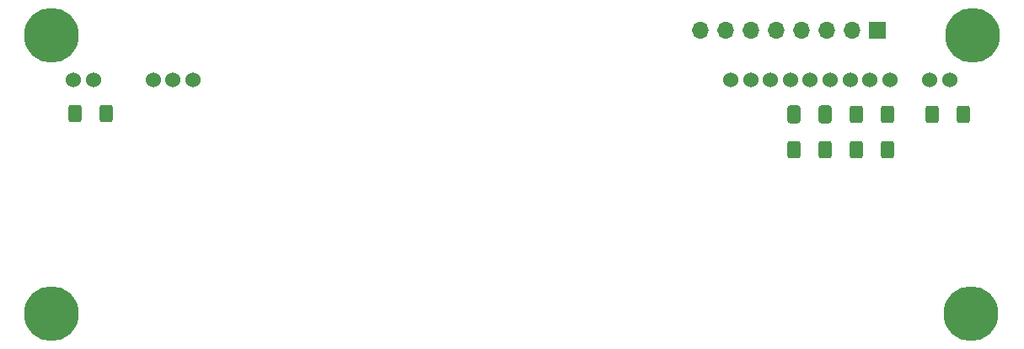
<source format=gbr>
%TF.GenerationSoftware,KiCad,Pcbnew,8.0.3+dfsg-1*%
%TF.CreationDate,2024-07-07T12:28:04+02:00*%
%TF.ProjectId,VFD-Driverboard,5646442d-4472-4697-9665-72626f617264,rev?*%
%TF.SameCoordinates,Original*%
%TF.FileFunction,Soldermask,Top*%
%TF.FilePolarity,Negative*%
%FSLAX45Y45*%
G04 Gerber Fmt 4.5, Leading zero omitted, Abs format (unit mm)*
G04 Created by KiCad (PCBNEW 8.0.3+dfsg-1) date 2024-07-07 12:28:04*
%MOMM*%
%LPD*%
G01*
G04 APERTURE LIST*
G04 Aperture macros list*
%AMRoundRect*
0 Rectangle with rounded corners*
0 $1 Rounding radius*
0 $2 $3 $4 $5 $6 $7 $8 $9 X,Y pos of 4 corners*
0 Add a 4 corners polygon primitive as box body*
4,1,4,$2,$3,$4,$5,$6,$7,$8,$9,$2,$3,0*
0 Add four circle primitives for the rounded corners*
1,1,$1+$1,$2,$3*
1,1,$1+$1,$4,$5*
1,1,$1+$1,$6,$7*
1,1,$1+$1,$8,$9*
0 Add four rect primitives between the rounded corners*
20,1,$1+$1,$2,$3,$4,$5,0*
20,1,$1+$1,$4,$5,$6,$7,0*
20,1,$1+$1,$6,$7,$8,$9,0*
20,1,$1+$1,$8,$9,$2,$3,0*%
G04 Aperture macros list end*
%ADD10C,1.524000*%
%ADD11RoundRect,0.250000X-0.400000X-0.625000X0.400000X-0.625000X0.400000X0.625000X-0.400000X0.625000X0*%
%ADD12C,3.600000*%
%ADD13C,5.500000*%
%ADD14RoundRect,0.250000X0.400000X0.625000X-0.400000X0.625000X-0.400000X-0.625000X0.400000X-0.625000X0*%
%ADD15RoundRect,0.250000X0.412500X0.650000X-0.412500X0.650000X-0.412500X-0.650000X0.412500X-0.650000X0*%
%ADD16R,1.700000X1.700000*%
%ADD17O,1.700000X1.700000*%
G04 APERTURE END LIST*
D10*
%TO.C,V1*%
X10739030Y-2143690D03*
X10539030Y-2143690D03*
X10139030Y-2143690D03*
X9939030Y-2143690D03*
X9739030Y-2143690D03*
X9539030Y-2143690D03*
X9339030Y-2143690D03*
X9139030Y-2143690D03*
X8939030Y-2143690D03*
X8739030Y-2143690D03*
X8539030Y-2143690D03*
X3139030Y-2143690D03*
X2939030Y-2143690D03*
X2739030Y-2143690D03*
X2139030Y-2143690D03*
X1939030Y-2143690D03*
%TD*%
D11*
%TO.C,R12*%
X9178620Y-2848220D03*
X9488620Y-2848220D03*
%TD*%
D12*
%TO.C,H1*%
X1719340Y-1698340D03*
D13*
X1719340Y-1698340D03*
%TD*%
D14*
%TO.C,R11*%
X10110980Y-2848220D03*
X9800980Y-2848220D03*
%TD*%
D15*
%TO.C,C9*%
X9489870Y-2492620D03*
X9177370Y-2492620D03*
%TD*%
D12*
%TO.C,H4*%
X10949340Y-4498340D03*
D13*
X10949340Y-4498340D03*
%TD*%
D16*
%TO.C,J1*%
X10016940Y-1644260D03*
D17*
X9762940Y-1644260D03*
X9508940Y-1644260D03*
X9254940Y-1644260D03*
X9000940Y-1644260D03*
X8746940Y-1644260D03*
X8492940Y-1644260D03*
X8238940Y-1644260D03*
%TD*%
D11*
%TO.C,R5*%
X10565460Y-2492620D03*
X10875460Y-2492620D03*
%TD*%
D12*
%TO.C,H2*%
X10969340Y-1698340D03*
D13*
X10969340Y-1698340D03*
%TD*%
D11*
%TO.C,R6*%
X1952730Y-2482460D03*
X2262730Y-2482460D03*
%TD*%
D14*
%TO.C,R10*%
X10110920Y-2492620D03*
X9800920Y-2492620D03*
%TD*%
D12*
%TO.C,H3*%
X1719340Y-4498340D03*
D13*
X1719340Y-4498340D03*
%TD*%
M02*

</source>
